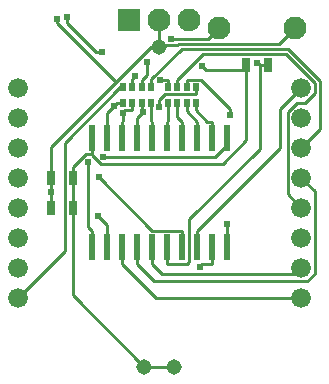
<source format=gtl>
G75*
G70*
%OFA0B0*%
%FSLAX24Y24*%
%IPPOS*%
%LPD*%
%AMOC8*
5,1,8,0,0,1.08239X$1,22.5*
%
%ADD10C,0.0660*%
%ADD11R,0.0240X0.0870*%
%ADD12C,0.0515*%
%ADD13R,0.0315X0.0472*%
%ADD14R,0.0197X0.0256*%
%ADD15C,0.0768*%
%ADD16R,0.0760X0.0760*%
%ADD17C,0.0760*%
%ADD18C,0.0100*%
%ADD19C,0.0238*%
D10*
X001735Y004356D03*
X001735Y005356D03*
X001735Y006356D03*
X001735Y007356D03*
X001735Y008356D03*
X001735Y009356D03*
X001735Y010356D03*
X001735Y011356D03*
X011184Y011356D03*
X011184Y010356D03*
X011184Y009356D03*
X011184Y008356D03*
X011184Y007356D03*
X011184Y006356D03*
X011184Y005356D03*
X011184Y004356D03*
D11*
X008709Y006031D03*
X008209Y006031D03*
X007709Y006031D03*
X007209Y006031D03*
X006709Y006031D03*
X006209Y006031D03*
X005709Y006031D03*
X005209Y006031D03*
X004709Y006031D03*
X004209Y006031D03*
X004209Y009681D03*
X004709Y009681D03*
X005209Y009681D03*
X005709Y009681D03*
X006209Y009681D03*
X006709Y009681D03*
X007209Y009681D03*
X007709Y009681D03*
X008209Y009681D03*
X008709Y009671D03*
D12*
X006459Y012710D03*
X005959Y002041D03*
X006959Y002041D03*
D13*
X003563Y007356D03*
X002855Y007356D03*
X002855Y008356D03*
X003563Y008356D03*
X009355Y012106D03*
X010063Y012106D03*
D14*
X007682Y011372D03*
X007367Y011372D03*
X007052Y011372D03*
X006737Y011372D03*
X006182Y011372D03*
X005867Y011372D03*
X005552Y011372D03*
X005237Y011372D03*
X005237Y010840D03*
X005552Y010840D03*
X005867Y010840D03*
X006182Y010840D03*
X006737Y010840D03*
X007052Y010840D03*
X007367Y010840D03*
X007682Y010840D03*
D15*
X008430Y013356D03*
X010989Y013356D03*
D16*
X005459Y013606D03*
D17*
X006459Y013606D03*
X007459Y013606D03*
D18*
X008068Y012994D02*
X006848Y012994D01*
X007051Y012765D02*
X006459Y012765D01*
X006459Y012710D01*
X006179Y012710D01*
X005141Y011671D01*
X005017Y011548D01*
X003058Y013507D01*
X003058Y013652D01*
X003379Y013697D02*
X003379Y013496D01*
X004333Y012542D01*
X004544Y012542D01*
X005017Y011548D02*
X002855Y009386D01*
X002855Y008356D01*
X002855Y007872D01*
X002832Y007872D01*
X002855Y007872D02*
X002855Y007356D01*
X003563Y007356D02*
X003563Y004437D01*
X005959Y002041D01*
X006959Y002041D01*
X006339Y004356D02*
X011184Y004356D01*
X011384Y004913D02*
X011631Y005161D01*
X011631Y007908D01*
X011184Y008356D01*
X010740Y007799D02*
X011184Y007356D01*
X010740Y007799D02*
X010740Y010544D01*
X011052Y010856D01*
X011324Y010856D01*
X011638Y011170D01*
X011638Y011524D01*
X010692Y012471D01*
X007913Y012471D01*
X007052Y011610D01*
X007052Y011372D01*
X007367Y011372D02*
X007367Y011610D01*
X007848Y011610D01*
X008817Y010640D01*
X008817Y010461D01*
X008209Y010226D02*
X008209Y009681D01*
X007709Y009681D02*
X007709Y010226D01*
X007367Y010568D01*
X007367Y010840D01*
X007682Y010840D02*
X007682Y010602D01*
X008058Y010226D01*
X008209Y010226D01*
X008709Y009671D02*
X008709Y009456D01*
X008312Y009059D01*
X004583Y009059D01*
X004497Y008820D02*
X004209Y009108D01*
X004209Y009136D01*
X004209Y009681D01*
X004709Y009681D02*
X004709Y010521D01*
X004934Y010746D01*
X004934Y010746D01*
X005028Y010840D01*
X005237Y010840D01*
X005313Y010602D02*
X005237Y010526D01*
X005237Y010254D01*
X005209Y010226D01*
X005209Y009681D01*
X005709Y009681D02*
X005709Y010226D01*
X005709Y010347D01*
X005895Y010533D01*
X005867Y010561D01*
X005867Y010602D01*
X005867Y010840D01*
X005552Y010840D02*
X005552Y010602D01*
X005313Y010602D01*
X006182Y010840D02*
X006182Y010254D01*
X006209Y010226D01*
X006209Y009681D01*
X006709Y009681D02*
X006709Y010226D01*
X006737Y010254D01*
X006737Y010602D01*
X006737Y010840D01*
X006459Y010945D02*
X006459Y010723D01*
X006459Y010945D02*
X006648Y011134D01*
X007682Y011134D01*
X007682Y011372D01*
X008016Y011933D02*
X007862Y012086D01*
X008016Y011933D02*
X009355Y011933D01*
X009355Y012106D01*
X009355Y011933D02*
X009355Y011760D01*
X009355Y009599D01*
X008576Y008820D01*
X004497Y008820D01*
X004209Y009136D02*
X003997Y009136D01*
X003563Y008702D01*
X003563Y008356D01*
X003563Y007356D01*
X004065Y006720D02*
X004209Y006576D01*
X004209Y006031D01*
X004709Y006031D02*
X004709Y006793D01*
X004425Y007077D01*
X004065Y006720D02*
X004065Y008875D01*
X004436Y008363D02*
X006222Y006576D01*
X007209Y006576D01*
X007209Y006031D01*
X006709Y006031D02*
X006709Y005486D01*
X007386Y005486D01*
X007459Y005559D01*
X007459Y006977D01*
X009796Y009313D01*
X009796Y012106D01*
X009733Y012168D01*
X009709Y012168D01*
X009796Y012106D02*
X010063Y012106D01*
X010454Y012821D02*
X007107Y012821D01*
X007051Y012765D01*
X007212Y012661D02*
X006182Y011631D01*
X006182Y011610D01*
X006182Y011372D01*
X005867Y011372D02*
X005867Y011610D01*
X006028Y011771D01*
X006028Y012227D01*
X005655Y011754D02*
X005552Y011650D01*
X005552Y011372D01*
X005237Y011372D02*
X005152Y011372D01*
X003296Y009516D01*
X003296Y005917D01*
X001735Y004356D01*
X005209Y005486D02*
X006339Y004356D01*
X006282Y004913D02*
X011384Y004913D01*
X010971Y005143D02*
X011184Y005356D01*
X010971Y005143D02*
X006552Y005143D01*
X006209Y005486D01*
X006209Y006031D01*
X005709Y006031D02*
X005709Y005486D01*
X006282Y004913D01*
X005209Y005486D02*
X005209Y006031D01*
X007709Y006031D02*
X007709Y006576D01*
X010464Y009330D01*
X010464Y010636D01*
X011184Y011356D01*
X011799Y011590D02*
X010728Y012661D01*
X007212Y012661D01*
X006459Y012765D02*
X006459Y013606D01*
X008068Y012994D02*
X008430Y013356D01*
X010454Y012821D02*
X010989Y013356D01*
X011799Y011590D02*
X011799Y009971D01*
X011184Y009356D01*
X008726Y006828D02*
X008709Y006811D01*
X008709Y006031D01*
X008209Y006031D02*
X008209Y005486D01*
X007891Y005486D01*
X007799Y005394D01*
X007209Y009681D02*
X007209Y010226D01*
X007052Y010383D01*
X007052Y010840D01*
X006737Y011372D02*
X006737Y011610D01*
X006485Y011610D01*
X006474Y011599D01*
D19*
X006474Y011599D03*
X006028Y012227D03*
X005655Y011754D03*
X004544Y012542D03*
X003379Y013697D03*
X003058Y013652D03*
X004934Y010746D03*
X005237Y010526D03*
X005895Y010533D03*
X006459Y010723D03*
X007862Y012086D03*
X006848Y012994D03*
X009709Y012168D03*
X008817Y010461D03*
X004583Y009059D03*
X004065Y008875D03*
X004436Y008363D03*
X004425Y007077D03*
X002832Y007872D03*
X007799Y005394D03*
X008726Y006828D03*
M02*

</source>
